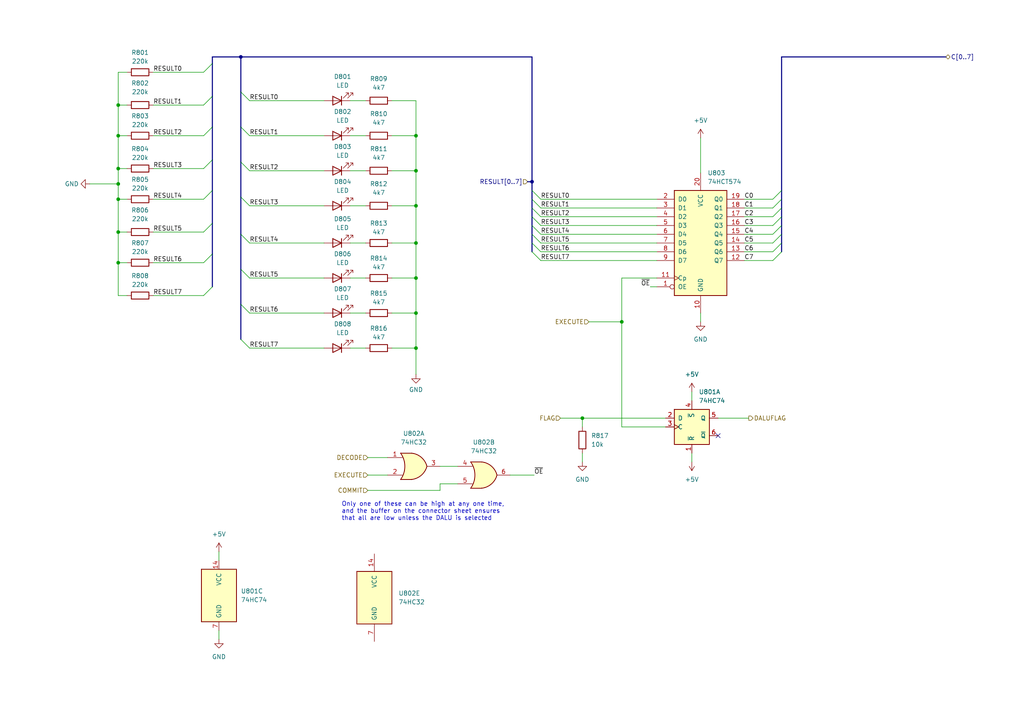
<source format=kicad_sch>
(kicad_sch (version 20211123) (generator eeschema)
  (paper "A4")
  (lib_symbols
    (symbol "74xx:74HC74" (pin_names (offset 1.016))
      (property "Reference" "U" (at -7.62 8.89 0))
      (property "Value" "74HC74" (at -7.62 -8.89 0))
      (symbol "74HC74_1_0"
        (pin input line (at 0 -7.62 90) (length 2.54) (name "~{R}") (number "1"))
        (pin input line (at -7.62 2.54 0) (length 2.54) (name "D") (number "2"))
        (pin input clock (at -7.62 0 0) (length 2.54) (name "C") (number "3"))
        (pin input line (at 0 7.62 270) (length 2.54) (name "~{S}") (number "4"))
        (pin output line (at 7.62 2.54 180) (length 2.54) (name "Q") (number "5"))
        (pin output line (at 7.62 -2.54 180) (length 2.54) (name "~{Q}") (number "6"))
      )
      (symbol "74HC74_1_1"
        (rectangle (start -5.08 5.08) (end 5.08 -5.08) (stroke (width 0.254)) (fill (type background)))
      )
      (symbol "74HC74_2_0"
        (pin input line (at 0 7.62 270) (length 2.54) (name "~{S}") (number "10"))
        (pin input clock (at -7.62 0 0) (length 2.54) (name "C") (number "11"))
        (pin input line (at -7.62 2.54 0) (length 2.54) (name "D") (number "12"))
        (pin input line (at 0 -7.62 90) (length 2.54) (name "~{R}") (number "13"))
        (pin output line (at 7.62 -2.54 180) (length 2.54) (name "~{Q}") (number "8"))
        (pin output line (at 7.62 2.54 180) (length 2.54) (name "Q") (number "9"))
      )
      (symbol "74HC74_2_1"
        (rectangle (start -5.08 5.08) (end 5.08 -5.08) (stroke (width 0.254)) (fill (type background)))
      )
      (symbol "74HC74_3_0"
        (pin power_in line (at 0 10.16 270) (length 2.54) (name "VCC") (number "14"))
        (pin power_in line (at 0 -10.16 90) (length 2.54) (name "GND") (number "7"))
      )
      (symbol "74HC74_3_1"
        (rectangle (start -5.08 7.62) (end 5.08 -7.62) (stroke (width 0.254)) (fill (type background)))
      )
    )
    (symbol "74xx:74HCT574" (pin_names (offset 1.016))
      (property "Reference" "U" (at -7.62 16.51 0))
      (property "Value" "74HCT574" (at -7.62 -16.51 0))
      (symbol "74HCT574_1_0"
        (pin input inverted (at -12.7 -12.7 0) (length 5.08) (name "OE") (number "1"))
        (pin power_in line (at 0 -20.32 90) (length 5.08) (name "GND") (number "10"))
        (pin input clock (at -12.7 -10.16 0) (length 5.08) (name "Cp") (number "11"))
        (pin tri_state line (at 12.7 -5.08 180) (length 5.08) (name "Q7") (number "12"))
        (pin tri_state line (at 12.7 -2.54 180) (length 5.08) (name "Q6") (number "13"))
        (pin tri_state line (at 12.7 0 180) (length 5.08) (name "Q5") (number "14"))
        (pin tri_state line (at 12.7 2.54 180) (length 5.08) (name "Q4") (number "15"))
        (pin tri_state line (at 12.7 5.08 180) (length 5.08) (name "Q3") (number "16"))
        (pin tri_state line (at 12.7 7.62 180) (length 5.08) (name "Q2") (number "17"))
        (pin tri_state line (at 12.7 10.16 180) (length 5.08) (name "Q1") (number "18"))
        (pin tri_state line (at 12.7 12.7 180) (length 5.08) (name "Q0") (number "19"))
        (pin input line (at -12.7 12.7 0) (length 5.08) (name "D0") (number "2"))
        (pin power_in line (at 0 20.32 270) (length 5.08) (name "VCC") (number "20"))
        (pin input line (at -12.7 10.16 0) (length 5.08) (name "D1") (number "3"))
        (pin input line (at -12.7 7.62 0) (length 5.08) (name "D2") (number "4"))
        (pin input line (at -12.7 5.08 0) (length 5.08) (name "D3") (number "5"))
        (pin input line (at -12.7 2.54 0) (length 5.08) (name "D4") (number "6"))
        (pin input line (at -12.7 0 0) (length 5.08) (name "D5") (number "7"))
        (pin input line (at -12.7 -2.54 0) (length 5.08) (name "D6") (number "8"))
        (pin input line (at -12.7 -5.08 0) (length 5.08) (name "D7") (number "9"))
      )
      (symbol "74HCT574_1_1"
        (rectangle (start -7.62 15.24) (end 7.62 -15.24) (stroke (width 0.254)) (fill (type background)))
      )
    )
    (symbol "74xx:74LS32" (pin_names (offset 1.016))
      (property "Reference" "U" (at 0 1.27 0))
      (property "Value" "74LS32" (at 0 -1.27 0))
      (symbol "74LS32_1_1"
        (arc (start -3.81 -3.81) (mid -2.589 0) (end -3.81 3.81) (stroke (width 0.254)))
        (arc (start -0.6096 -3.81) (mid 2.1842 -2.5851) (end 3.81 0) (stroke (width 0.254)) (fill (type background)))
        (polyline (pts (xy -3.81 -3.81) (xy -0.635 -3.81)) (stroke (width 0.254)) (fill (type background)))
        (polyline (pts (xy -3.81 3.81) (xy -0.635 3.81)) (stroke (width 0.254)) (fill (type background)))
        (polyline (pts (xy -0.635 3.81) (xy -3.81 3.81) (xy -3.81 3.81) (xy -3.556 3.4036) (xy -3.0226 2.2606) (xy -2.6924 1.0414) (xy -2.6162 -0.254) (xy -2.7686 -1.4986) (xy -3.175 -2.7178) (xy -3.81 -3.81) (xy -3.81 -3.81) (xy -0.635 -3.81)) (stroke (width -25.4)) (fill (type background)))
        (arc (start 3.81 0) (mid 2.1915 2.5936) (end -0.6096 3.81) (stroke (width 0.254)) (fill (type background)))
        (pin input line (at -7.62 2.54 0) (length 4.318) (name "~") (number "1"))
        (pin input line (at -7.62 -2.54 0) (length 4.318) (name "~") (number "2"))
        (pin output line (at 7.62 0 180) (length 3.81) (name "~") (number "3"))
      )
      (symbol "74LS32_1_2"
        (arc (start 0 -3.81) (mid 3.81 0) (end 0 3.81) (stroke (width 0.254)) (fill (type background)))
        (polyline (pts (xy 0 3.81) (xy -3.81 3.81) (xy -3.81 -3.81) (xy 0 -3.81)) (stroke (width 0.254)) (fill (type background)))
        (pin input inverted (at -7.62 2.54 0) (length 3.81) (name "~") (number "1"))
        (pin input inverted (at -7.62 -2.54 0) (length 3.81) (name "~") (number "2"))
        (pin output inverted (at 7.62 0 180) (length 3.81) (name "~") (number "3"))
      )
      (symbol "74LS32_2_1"
        (arc (start -3.81 -3.81) (mid -2.589 0) (end -3.81 3.81) (stroke (width 0.254)))
        (arc (start -0.6096 -3.81) (mid 2.1842 -2.5851) (end 3.81 0) (stroke (width 0.254)) (fill (type background)))
        (polyline (pts (xy -3.81 -3.81) (xy -0.635 -3.81)) (stroke (width 0.254)) (fill (type background)))
        (polyline (pts (xy -3.81 3.81) (xy -0.635 3.81)) (stroke (width 0.254)) (fill (type background)))
        (polyline (pts (xy -0.635 3.81) (xy -3.81 3.81) (xy -3.81 3.81) (xy -3.556 3.4036) (xy -3.0226 2.2606) (xy -2.6924 1.0414) (xy -2.6162 -0.254) (xy -2.7686 -1.4986) (xy -3.175 -2.7178) (xy -3.81 -3.81) (xy -3.81 -3.81) (xy -0.635 -3.81)) (stroke (width -25.4)) (fill (type background)))
        (arc (start 3.81 0) (mid 2.1915 2.5936) (end -0.6096 3.81) (stroke (width 0.254)) (fill (type background)))
        (pin input line (at -7.62 2.54 0) (length 4.318) (name "~") (number "4"))
        (pin input line (at -7.62 -2.54 0) (length 4.318) (name "~") (number "5"))
        (pin output line (at 7.62 0 180) (length 3.81) (name "~") (number "6"))
      )
      (symbol "74LS32_2_2"
        (arc (start 0 -3.81) (mid 3.81 0) (end 0 3.81) (stroke (width 0.254)) (fill (type background)))
        (polyline (pts (xy 0 3.81) (xy -3.81 3.81) (xy -3.81 -3.81) (xy 0 -3.81)) (stroke (width 0.254)) (fill (type background)))
        (pin input inverted (at -7.62 2.54 0) (length 3.81) (name "~") (number "4"))
        (pin input inverted (at -7.62 -2.54 0) (length 3.81) (name "~") (number "5"))
        (pin output inverted (at 7.62 0 180) (length 3.81) (name "~") (number "6"))
      )
      (symbol "74LS32_3_1"
        (arc (start -3.81 -3.81) (mid -2.589 0) (end -3.81 3.81) (stroke (width 0.254)))
        (arc (start -0.6096 -3.81) (mid 2.1842 -2.5851) (end 3.81 0) (stroke (width 0.254)) (fill (type background)))
        (polyline (pts (xy -3.81 -3.81) (xy -0.635 -3.81)) (stroke (width 0.254)) (fill (type background)))
        (polyline (pts (xy -3.81 3.81) (xy -0.635 3.81)) (stroke (width 0.254)) (fill (type background)))
        (polyline (pts (xy -0.635 3.81) (xy -3.81 3.81) (xy -3.81 3.81) (xy -3.556 3.4036) (xy -3.0226 2.2606) (xy -2.6924 1.0414) (xy -2.6162 -0.254) (xy -2.7686 -1.4986) (xy -3.175 -2.7178) (xy -3.81 -3.81) (xy -3.81 -3.81) (xy -0.635 -3.81)) (stroke (width -25.4)) (fill (type background)))
        (arc (start 3.81 0) (mid 2.1915 2.5936) (end -0.6096 3.81) (stroke (width 0.254)) (fill (type background)))
        (pin input line (at -7.62 -2.54 0) (length 4.318) (name "~") (number "10"))
        (pin output line (at 7.62 0 180) (length 3.81) (name "~") (number "8"))
        (pin input line (at -7.62 2.54 0) (length 4.318) (name "~") (number "9"))
      )
      (symbol "74LS32_3_2"
        (arc (start 0 -3.81) (mid 3.81 0) (end 0 3.81) (stroke (width 0.254)) (fill (type background)))
        (polyline (pts (xy 0 3.81) (xy -3.81 3.81) (xy -3.81 -3.81) (xy 0 -3.81)) (stroke (width 0.254)) (fill (type background)))
        (pin input inverted (at -7.62 -2.54 0) (length 3.81) (name "~") (number "10"))
        (pin output inverted (at 7.62 0 180) (length 3.81) (name "~") (number "8"))
        (pin input inverted (at -7.62 2.54 0) (length 3.81) (name "~") (number "9"))
      )
      (symbol "74LS32_4_1"
        (arc (start -3.81 -3.81) (mid -2.589 0) (end -3.81 3.81) (stroke (width 0.254)))
        (arc (start -0.6096 -3.81) (mid 2.1842 -2.5851) (end 3.81 0) (stroke (width 0.254)) (fill (type background)))
        (polyline (pts (xy -3.81 -3.81) (xy -0.635 -3.81)) (stroke (width 0.254)) (fill (type background)))
        (polyline (pts (xy -3.81 3.81) (xy -0.635 3.81)) (stroke (width 0.254)) (fill (type background)))
        (polyline (pts (xy -0.635 3.81) (xy -3.81 3.81) (xy -3.81 3.81) (xy -3.556 3.4036) (xy -3.0226 2.2606) (xy -2.6924 1.0414) (xy -2.6162 -0.254) (xy -2.7686 -1.4986) (xy -3.175 -2.7178) (xy -3.81 -3.81) (xy -3.81 -3.81) (xy -0.635 -3.81)) (stroke (width -25.4)) (fill (type background)))
        (arc (start 3.81 0) (mid 2.1915 2.5936) (end -0.6096 3.81) (stroke (width 0.254)) (fill (type background)))
        (pin output line (at 7.62 0 180) (length 3.81) (name "~") (number "11"))
        (pin input line (at -7.62 2.54 0) (length 4.318) (name "~") (number "12"))
        (pin input line (at -7.62 -2.54 0) (length 4.318) (name "~") (number "13"))
      )
      (symbol "74LS32_4_2"
        (arc (start 0 -3.81) (mid 3.81 0) (end 0 3.81) (stroke (width 0.254)) (fill (type background)))
        (polyline (pts (xy 0 3.81) (xy -3.81 3.81) (xy -3.81 -3.81) (xy 0 -3.81)) (stroke (width 0.254)) (fill (type background)))
        (pin output inverted (at 7.62 0 180) (length 3.81) (name "~") (number "11"))
        (pin input inverted (at -7.62 2.54 0) (length 3.81) (name "~") (number "12"))
        (pin input inverted (at -7.62 -2.54 0) (length 3.81) (name "~") (number "13"))
      )
      (symbol "74LS32_5_0"
        (pin power_in line (at 0 12.7 270) (length 5.08) (name "VCC") (number "14"))
        (pin power_in line (at 0 -12.7 90) (length 5.08) (name "GND") (number "7"))
      )
      (symbol "74LS32_5_1"
        (rectangle (start -5.08 7.62) (end 5.08 -7.62) (stroke (width 0.254)) (fill (type background)))
      )
    )
    (symbol "Device:LED" (pin_numbers hide) (pin_names (offset 1.016) hide)
      (property "Reference" "D" (at 0 2.54 0))
      (property "Value" "LED" (at 0 -2.54 0))
      (symbol "LED_0_1"
        (polyline (pts (xy -1.27 -1.27) (xy -1.27 1.27)) (stroke (width 0.254)))
        (polyline (pts (xy -1.27 0) (xy 1.27 0)))
        (polyline (pts (xy 1.27 -1.27) (xy 1.27 1.27) (xy -1.27 0) (xy 1.27 -1.27)) (stroke (width 0.254)))
        (polyline (pts (xy -3.048 -0.762) (xy -4.572 -2.286) (xy -3.81 -2.286) (xy -4.572 -2.286) (xy -4.572 -1.524)))
        (polyline (pts (xy -1.778 -0.762) (xy -3.302 -2.286) (xy -2.54 -2.286) (xy -3.302 -2.286) (xy -3.302 -1.524)))
      )
      (symbol "LED_1_1"
        (pin passive line (at -3.81 0 0) (length 2.54) (name "K") (number "1"))
        (pin passive line (at 3.81 0 180) (length 2.54) (name "A") (number "2"))
      )
    )
    (symbol "Device:R" (pin_numbers hide) (pin_names (offset 0))
      (property "Reference" "R" (at 2.032 0 90))
      (property "Value" "R" (at 0 0 90))
      (symbol "R_0_1"
        (rectangle (start -1.016 -2.54) (end 1.016 2.54) (stroke (width 0.254)))
      )
      (symbol "R_1_1"
        (pin passive line (at 0 3.81 270) (length 1.27) (name "~") (number "1"))
        (pin passive line (at 0 -3.81 90) (length 1.27) (name "~") (number "2"))
      )
    )
    (symbol "power:+5V" (power) (pin_names (offset 0))
      (property "Value" "+5V" (at 0 3.556 0))
      (symbol "+5V_0_1"
        (polyline (pts (xy -0.762 1.27) (xy 0 2.54)))
        (polyline (pts (xy 0 0) (xy 0 2.54)))
        (polyline (pts (xy 0 2.54) (xy 0.762 1.27)))
      )
      (symbol "+5V_1_1"
        (pin power_in line (at 0 0 90) (length 0) hide (name "+5V") (number "1"))
      )
    )
    (symbol "power:GND" (power) (pin_names (offset 0))
      (property "Value" "GND" (at 0 -3.81 0))
      (symbol "GND_0_1"
        (polyline (pts (xy 0 0) (xy 0 -1.27) (xy 1.27 -1.27) (xy 0 -2.54) (xy -1.27 -1.27) (xy 0 -1.27)))
      )
      (symbol "GND_1_1"
        (pin power_in line (at 0 0 270) (length 0) hide (name "GND") (number "1"))
      )
    )
  )
  (junction (at 34.29 39.37))
  (junction (at 120.65 59.69))
  (junction (at 120.65 80.645))
  (junction (at 154.305 52.705))
  (junction (at 34.29 57.785))
  (junction (at 69.85 16.51))
  (junction (at 120.65 39.37))
  (junction (at 120.65 90.805))
  (junction (at 34.29 67.31))
  (junction (at 120.65 49.53))
  (junction (at 120.65 100.965))
  (junction (at 180.34 93.345))
  (junction (at 34.29 76.2))
  (junction (at 34.29 30.48))
  (junction (at 168.91 121.285))
  (junction (at 34.29 48.895))
  (junction (at 33.02 236.22))
  (junction (at 34.29 53.34))
  (junction (at 120.65 70.485))
  (no_connect (at 53.34 233.68))
  (no_connect (at 208.28 126.365))
  (no_connect (at 53.34 238.76))
  (bus_entry (at 61.595 27.94) (size -2.54 2.54))
  (bus_entry (at 226.695 57.785) (size -2.54 2.54))
  (bus_entry (at 61.595 55.245) (size -2.54 2.54))
  (bus_entry (at 154.305 60.325) (size 2.54 2.54))
  (bus_entry (at 154.305 73.025) (size 2.54 2.54))
  (bus_entry (at 226.695 62.865) (size -2.54 2.54))
  (bus_entry (at 61.595 46.355) (size -2.54 2.54))
  (bus_entry (at 69.85 36.83) (size 2.54 2.54))
  (bus_entry (at 226.695 70.485) (size -2.54 2.54))
  (bus_entry (at 69.85 67.945) (size 2.54 2.54))
  (bus_entry (at 154.305 57.785) (size 2.54 2.54))
  (bus_entry (at 226.695 73.025) (size -2.54 2.54))
  (bus_entry (at 61.595 18.415) (size -2.54 2.54))
  (bus_entry (at 154.305 70.485) (size 2.54 2.54))
  (bus_entry (at 69.85 78.105) (size 2.54 2.54))
  (bus_entry (at 154.305 62.865) (size 2.54 2.54))
  (bus_entry (at 69.85 46.99) (size 2.54 2.54))
  (bus_entry (at 69.85 98.425) (size 2.54 2.54))
  (bus_entry (at 226.695 65.405) (size -2.54 2.54))
  (bus_entry (at 226.695 60.325) (size -2.54 2.54))
  (bus_entry (at 69.85 88.265) (size 2.54 2.54))
  (bus_entry (at 69.85 26.67) (size 2.54 2.54))
  (bus_entry (at 61.595 83.185) (size -2.54 2.54))
  (bus_entry (at 154.305 55.245) (size 2.54 2.54))
  (bus_entry (at 69.85 57.15) (size 2.54 2.54))
  (bus_entry (at 61.595 64.77) (size -2.54 2.54))
  (bus_entry (at 154.305 65.405) (size 2.54 2.54))
  (bus_entry (at 61.595 36.83) (size -2.54 2.54))
  (bus_entry (at 226.695 67.945) (size -2.54 2.54))
  (bus_entry (at 61.595 73.66) (size -2.54 2.54))
  (bus_entry (at 154.305 67.945) (size 2.54 2.54))
  (bus_entry (at 226.695 55.245) (size -2.54 2.54))
  (wire (pts (xy 101.6 39.37) (xy 106.045 39.37)))
  (wire (pts (xy 44.45 85.725) (xy 59.055 85.725)))
  (wire (pts (xy 101.6 90.805) (xy 106.045 90.805)))
  (wire (pts (xy 72.39 59.69) (xy 93.98 59.69)))
  (wire (pts (xy 120.65 90.805) (xy 120.65 80.645)))
  (wire (pts (xy 156.845 62.865) (xy 190.5 62.865)))
  (wire (pts (xy 101.6 29.21) (xy 106.045 29.21)))
  (wire (pts (xy 113.665 49.53) (xy 120.65 49.53)))
  (bus (pts (xy 69.85 16.51) (xy 154.305 16.51)))
  (wire (pts (xy 106.68 142.24) (xy 127.635 142.24)))
  (wire (pts (xy 127.635 135.255) (xy 132.715 135.255)))
  (wire (pts (xy 34.29 76.2) (xy 36.83 76.2)))
  (wire (pts (xy 180.34 123.825) (xy 193.04 123.825)))
  (wire (pts (xy 34.29 39.37) (xy 36.83 39.37)))
  (wire (pts (xy 215.9 70.485) (xy 224.155 70.485)))
  (wire (pts (xy 34.29 85.725) (xy 34.29 76.2)))
  (wire (pts (xy 127.635 142.24) (xy 127.635 140.335)))
  (wire (pts (xy 156.845 70.485) (xy 190.5 70.485)))
  (bus (pts (xy 226.695 16.51) (xy 226.695 55.245)))
  (wire (pts (xy 72.39 49.53) (xy 93.98 49.53)))
  (wire (pts (xy 113.665 39.37) (xy 120.65 39.37)))
  (bus (pts (xy 61.595 16.51) (xy 61.595 18.415)))
  (bus (pts (xy 226.695 62.865) (xy 226.695 65.405)))
  (wire (pts (xy 33.02 240.03) (xy 33.02 236.22)))
  (wire (pts (xy 26.035 53.34) (xy 34.29 53.34)))
  (wire (pts (xy 120.65 39.37) (xy 120.65 29.21)))
  (wire (pts (xy 113.665 70.485) (xy 120.65 70.485)))
  (wire (pts (xy 188.595 83.185) (xy 190.5 83.185)))
  (wire (pts (xy 168.91 121.285) (xy 168.91 123.825)))
  (bus (pts (xy 154.305 52.705) (xy 154.305 55.245)))
  (wire (pts (xy 33.02 236.22) (xy 38.1 236.22)))
  (wire (pts (xy 72.39 39.37) (xy 93.98 39.37)))
  (wire (pts (xy 215.9 60.325) (xy 224.155 60.325)))
  (wire (pts (xy 215.9 67.945) (xy 224.155 67.945)))
  (bus (pts (xy 226.695 16.51) (xy 274.32 16.51)))
  (bus (pts (xy 154.305 65.405) (xy 154.305 67.945)))
  (bus (pts (xy 69.85 16.51) (xy 69.85 26.67)))
  (wire (pts (xy 34.29 67.31) (xy 36.83 67.31)))
  (wire (pts (xy 44.45 57.785) (xy 59.055 57.785)))
  (wire (pts (xy 106.68 137.795) (xy 112.395 137.795)))
  (wire (pts (xy 200.66 113.665) (xy 200.66 116.205)))
  (wire (pts (xy 44.45 67.31) (xy 59.055 67.31)))
  (wire (pts (xy 170.815 93.345) (xy 180.34 93.345)))
  (bus (pts (xy 61.595 36.83) (xy 61.595 46.355)))
  (wire (pts (xy 215.9 65.405) (xy 224.155 65.405)))
  (wire (pts (xy 120.65 108.585) (xy 120.65 100.965)))
  (bus (pts (xy 61.595 16.51) (xy 69.85 16.51)))
  (wire (pts (xy 208.28 121.285) (xy 217.17 121.285)))
  (bus (pts (xy 61.595 27.94) (xy 61.595 36.83)))
  (bus (pts (xy 69.85 78.105) (xy 69.85 88.265)))
  (wire (pts (xy 215.9 75.565) (xy 224.155 75.565)))
  (bus (pts (xy 154.305 62.865) (xy 154.305 65.405)))
  (bus (pts (xy 154.305 55.245) (xy 154.305 57.785)))
  (wire (pts (xy 180.34 80.645) (xy 180.34 93.345)))
  (wire (pts (xy 34.29 48.895) (xy 34.29 39.37)))
  (wire (pts (xy 34.29 30.48) (xy 36.83 30.48)))
  (wire (pts (xy 156.845 75.565) (xy 190.5 75.565)))
  (bus (pts (xy 226.695 55.245) (xy 226.695 57.785)))
  (wire (pts (xy 156.845 73.025) (xy 190.5 73.025)))
  (bus (pts (xy 61.595 55.245) (xy 61.595 64.77)))
  (bus (pts (xy 154.305 60.325) (xy 154.305 62.865)))
  (wire (pts (xy 106.68 132.715) (xy 112.395 132.715)))
  (wire (pts (xy 156.845 60.325) (xy 190.5 60.325)))
  (bus (pts (xy 226.695 65.405) (xy 226.695 67.945)))
  (wire (pts (xy 72.39 29.21) (xy 93.98 29.21)))
  (wire (pts (xy 120.65 80.645) (xy 120.65 70.485)))
  (wire (pts (xy 72.39 100.965) (xy 93.98 100.965)))
  (wire (pts (xy 215.9 57.785) (xy 224.155 57.785)))
  (bus (pts (xy 69.85 26.67) (xy 69.85 36.83)))
  (wire (pts (xy 120.65 59.69) (xy 120.65 49.53)))
  (wire (pts (xy 203.2 90.805) (xy 203.2 93.345)))
  (wire (pts (xy 72.39 90.805) (xy 93.98 90.805)))
  (wire (pts (xy 34.29 30.48) (xy 34.29 20.955)))
  (bus (pts (xy 61.595 64.77) (xy 61.595 73.66)))
  (wire (pts (xy 113.665 59.69) (xy 120.65 59.69)))
  (wire (pts (xy 44.45 39.37) (xy 59.055 39.37)))
  (wire (pts (xy 33.02 233.68) (xy 38.1 233.68)))
  (wire (pts (xy 34.29 67.31) (xy 34.29 57.785)))
  (wire (pts (xy 156.845 57.785) (xy 190.5 57.785)))
  (wire (pts (xy 44.45 48.895) (xy 59.055 48.895)))
  (bus (pts (xy 69.85 57.15) (xy 69.85 67.945)))
  (wire (pts (xy 44.45 30.48) (xy 59.055 30.48)))
  (wire (pts (xy 168.91 131.445) (xy 168.91 133.985)))
  (bus (pts (xy 61.595 73.66) (xy 61.595 83.185)))
  (bus (pts (xy 226.695 57.785) (xy 226.695 60.325)))
  (wire (pts (xy 34.29 39.37) (xy 34.29 30.48)))
  (wire (pts (xy 120.65 49.53) (xy 120.65 39.37)))
  (wire (pts (xy 63.5 160.02) (xy 63.5 162.56)))
  (bus (pts (xy 154.305 52.705) (xy 154.305 16.51)))
  (wire (pts (xy 63.5 182.88) (xy 63.5 185.42)))
  (wire (pts (xy 36.83 85.725) (xy 34.29 85.725)))
  (bus (pts (xy 69.85 88.265) (xy 69.85 98.425)))
  (wire (pts (xy 101.6 80.645) (xy 106.045 80.645)))
  (wire (pts (xy 215.9 62.865) (xy 224.155 62.865)))
  (wire (pts (xy 45.72 243.84) (xy 45.72 246.38)))
  (wire (pts (xy 162.56 121.285) (xy 168.91 121.285)))
  (bus (pts (xy 69.85 67.945) (xy 69.85 78.105)))
  (wire (pts (xy 72.39 80.645) (xy 93.98 80.645)))
  (bus (pts (xy 61.595 46.355) (xy 61.595 55.245)))
  (bus (pts (xy 226.695 70.485) (xy 226.695 73.025)))
  (wire (pts (xy 156.845 65.405) (xy 190.5 65.405)))
  (wire (pts (xy 44.45 20.955) (xy 59.055 20.955)))
  (wire (pts (xy 147.955 137.795) (xy 154.94 137.795)))
  (bus (pts (xy 226.695 67.945) (xy 226.695 70.485)))
  (wire (pts (xy 33.02 236.22) (xy 33.02 233.68)))
  (wire (pts (xy 120.65 29.21) (xy 113.665 29.21)))
  (wire (pts (xy 101.6 100.965) (xy 106.045 100.965)))
  (wire (pts (xy 190.5 80.645) (xy 180.34 80.645)))
  (bus (pts (xy 154.305 70.485) (xy 154.305 73.025)))
  (wire (pts (xy 113.665 90.805) (xy 120.65 90.805)))
  (wire (pts (xy 120.65 100.965) (xy 120.65 90.805)))
  (wire (pts (xy 34.29 53.34) (xy 34.29 48.895)))
  (wire (pts (xy 156.845 67.945) (xy 190.5 67.945)))
  (wire (pts (xy 34.29 76.2) (xy 34.29 67.31)))
  (wire (pts (xy 34.29 48.895) (xy 36.83 48.895)))
  (bus (pts (xy 153.035 52.705) (xy 154.305 52.705)))
  (bus (pts (xy 69.85 36.83) (xy 69.85 46.99)))
  (bus (pts (xy 61.595 18.415) (xy 61.595 27.94)))
  (wire (pts (xy 215.9 73.025) (xy 224.155 73.025)))
  (wire (pts (xy 101.6 59.69) (xy 106.045 59.69)))
  (bus (pts (xy 69.85 46.99) (xy 69.85 57.15)))
  (wire (pts (xy 34.29 57.785) (xy 34.29 53.34)))
  (wire (pts (xy 101.6 70.485) (xy 106.045 70.485)))
  (wire (pts (xy 203.2 40.005) (xy 203.2 50.165)))
  (bus (pts (xy 154.305 67.945) (xy 154.305 70.485)))
  (wire (pts (xy 34.29 57.785) (xy 36.83 57.785)))
  (wire (pts (xy 101.6 49.53) (xy 106.045 49.53)))
  (wire (pts (xy 45.72 226.06) (xy 45.72 228.6)))
  (wire (pts (xy 200.66 131.445) (xy 200.66 133.985)))
  (wire (pts (xy 127.635 140.335) (xy 132.715 140.335)))
  (bus (pts (xy 226.695 60.325) (xy 226.695 62.865)))
  (wire (pts (xy 34.29 20.955) (xy 36.83 20.955)))
  (wire (pts (xy 120.65 70.485) (xy 120.65 59.69)))
  (wire (pts (xy 180.34 93.345) (xy 180.34 123.825)))
  (wire (pts (xy 72.39 70.485) (xy 93.98 70.485)))
  (bus (pts (xy 154.305 57.785) (xy 154.305 60.325)))
  (wire (pts (xy 113.665 80.645) (xy 120.65 80.645)))
  (wire (pts (xy 44.45 76.2) (xy 59.055 76.2)))
  (wire (pts (xy 168.91 121.285) (xy 193.04 121.285)))
  (wire (pts (xy 113.665 100.965) (xy 120.65 100.965)))
  (text "Only one of these can be high at any one time,\nand the buffer on the connector sheet ensures\nthat all are low unless the DALU is selected" (at 99.06 151.13 0) (effects (font (size 1.27 1.27)) (justify left bottom)))
  (label "RESULT6" (at 72.39 90.805 0))
  (label "C1" (at 215.9 60.325 0))
  (label "C3" (at 215.9 65.405 0))
  (label "~{OE}" (at 188.595 83.185 180))
  (label "RESULT7" (at 156.845 75.565 0))
  (label "C6" (at 215.9 73.025 0))
  (label "C2" (at 215.9 62.865 0))
  (label "RESULT3" (at 44.45 48.895 0))
  (label "RESULT7" (at 72.39 100.965 0))
  (label "RESULT4" (at 156.845 67.945 0))
  (label "RESULT3" (at 156.845 65.405 0))
  (label "RESULT6" (at 44.45 76.2 0))
  (label "RESULT4" (at 72.39 70.485 0))
  (label "C4" (at 215.9 67.945 0))
  (label "RESULT5" (at 44.45 67.31 0))
  (label "C0" (at 215.9 57.785 0))
  (label "RESULT2" (at 44.45 39.37 0))
  (label "RESULT3" (at 72.39 59.69 0))
  (label "RESULT0" (at 44.45 20.955 0))
  (label "~{OE}" (at 154.94 137.795 0))
  (label "RESULT2" (at 72.39 49.53 0))
  (label "RESULT5" (at 156.845 70.485 0))
  (label "RESULT2" (at 156.845 62.865 0))
  (label "RESULT0" (at 156.845 57.785 0))
  (label "RESULT6" (at 156.845 73.025 0))
  (label "RESULT5" (at 72.39 80.645 0))
  (label "RESULT7" (at 44.45 85.725 0))
  (label "C7" (at 215.9 75.565 0))
  (label "C5" (at 215.9 70.485 0))
  (label "RESULT0" (at 72.39 29.21 0))
  (label "RESULT1" (at 156.845 60.325 0))
  (label "RESULT1" (at 72.39 39.37 0))
  (label "RESULT1" (at 44.45 30.48 0))
  (label "RESULT4" (at 44.45 57.785 0))
  (hierarchical_label "DALUFLAG" (shape output) (at 217.17 121.285 0))
  (hierarchical_label "DECODE" (shape input) (at 106.68 132.715 180))
  (hierarchical_label "COMMIT" (shape input) (at 106.68 142.24 180))
  (hierarchical_label "C[0..7]" (shape tri_state) (at 274.32 16.51 0))
  (hierarchical_label "FLAG" (shape input) (at 162.56 121.285 180))
  (hierarchical_label "EXECUTE" (shape input) (at 170.815 93.345 180))
  (hierarchical_label "EXECUTE" (shape input) (at 106.68 137.795 180))
  (hierarchical_label "RESULT[0..7]" (shape input) (at 153.035 52.705 180))
  (symbol (lib_id "Device:R") (at 168.91 127.635 0) (unit 1)
    (property "Reference" "R817" (at 171.45 126.3649 0) (effects (justify left)))
    (property "Value" "10k" (at 171.45 128.9049 0) (effects (justify left)))
    (property "Footprint" "Resistor_THT:R_Axial_DIN0207_L6.3mm_D2.5mm_P7.62mm_Horizontal" (effects hide))
  )
  (symbol (lib_id "Device:LED") (at 97.79 29.21 180) (unit 1)
    (property "Reference" "D801" (at 99.3775 22.225 0))
    (property "Value" "LED" (at 99.3775 24.765 0))
    (property "Footprint" "LED_SMD:LED_0603_1608Metric" (effects hide))
    (property "Datasheet" "https://datasheet.lcsc.com/lcsc/1811101510_Everlight-Elec-19-217-GHC-YR1S2-3T_C72043.pdf" (effects hide))
    (property "LCSC" "C72043" (effects hide))
  )
  (symbol (lib_id "Device:R") (at 40.64 67.31 90) (unit 1)
    (property "Reference" "R806" (at 40.64 60.96 90))
    (property "Value" "220k" (at 40.64 63.5 90))
    (property "Footprint" "Resistor_SMD:R_0603_1608Metric" (effects hide))
    (property "Datasheet" "https://datasheet.lcsc.com/lcsc/2206010130_UNI-ROYAL-Uniroyal-Elec-0603WAF2203T5E_C22961.pdf" (effects hide))
    (property "LCSC" "C22961" (effects hide))
  )
  (symbol (lib_id "Device:R") (at 40.64 30.48 90) (unit 1)
    (property "Reference" "R802" (at 40.64 24.13 90))
    (property "Value" "220k" (at 40.64 26.67 90))
    (property "Footprint" "Resistor_SMD:R_0603_1608Metric" (effects hide))
    (property "Datasheet" "https://datasheet.lcsc.com/lcsc/2206010130_UNI-ROYAL-Uniroyal-Elec-0603WAF2203T5E_C22961.pdf" (effects hide))
    (property "LCSC" "C22961" (effects hide))
  )
  (symbol (lib_id "Device:R") (at 109.855 39.37 270) (unit 1)
    (property "Reference" "R810" (at 109.855 33.02 90))
    (property "Value" "4k7" (at 109.855 35.56 90))
    (property "Footprint" "Resistor_SMD:R_0603_1608Metric" (effects hide))
    (property "Datasheet" "https://datasheet.lcsc.com/lcsc/2206010116_UNI-ROYAL-Uniroyal-Elec-0603WAF4701T5E_C23162.pdf" (effects hide))
    (property "LCSC" "C23162" (effects hide))
  )
  (symbol (lib_id "74xx:74LS32") (at 140.335 137.795 0) (unit 2)
    (property "Reference" "U802" (at 140.335 128.27 0))
    (property "Value" "74HC32" (at 140.335 130.81 0))
    (property "Footprint" "Package_DIP:DIP-14_W7.62mm_Socket" (effects hide))
    (property "Datasheet" "http://www.ti.com/lit/gpn/sn74LS32" (effects hide))
  )
  (symbol (lib_id "Device:R") (at 109.855 49.53 270) (unit 1)
    (property "Reference" "R811" (at 109.855 43.18 90))
    (property "Value" "4k7" (at 109.855 45.72 90))
    (property "Footprint" "Resistor_SMD:R_0603_1608Metric" (effects hide))
    (property "Datasheet" "https://datasheet.lcsc.com/lcsc/2206010116_UNI-ROYAL-Uniroyal-Elec-0603WAF4701T5E_C23162.pdf" (effects hide))
    (property "LCSC" "C23162" (effects hide))
  )
  (symbol (lib_id "power:GND") (at 120.65 108.585 0) (unit 1)
    (property "Reference" "#PWR0807" (effects hide))
    (property "Value" "GND" (at 120.65 113.03 0))
  )
  (symbol (lib_id "74xx:74HC74") (at 200.66 123.825 0) (unit 1)
    (property "Reference" "U801" (at 202.6794 113.665 0) (effects (justify left)))
    (property "Value" "74HC74" (at 202.6794 116.205 0) (effects (justify left)))
    (property "Footprint" "Package_DIP:DIP-14_W7.62mm_Socket" (effects hide))
    (property "Datasheet" "74xx/74hc_hct74.pdf" (effects hide))
  )
  (symbol (lib_id "power:+5V") (at 63.5 160.02 0) (unit 1)
    (property "Reference" "#PWR0805" (effects hide))
    (property "Value" "+5V" (at 63.5 154.94 0))
  )
  (symbol (lib_id "power:+5V") (at 45.72 246.38 180) (unit 1)
    (property "Reference" "#PWR0804" (effects hide))
    (property "Value" "+5V" (at 45.72 251.46 0))
  )
  (symbol (lib_id "power:GND") (at 168.91 133.985 0) (unit 1)
    (property "Reference" "#PWR0808" (effects hide))
    (property "Value" "GND" (at 168.91 139.065 0))
  )
  (symbol (lib_id "Device:LED") (at 97.79 70.485 180) (unit 1)
    (property "Reference" "D805" (at 99.3775 63.5 0))
    (property "Value" "LED" (at 99.3775 66.04 0))
    (property "Footprint" "LED_SMD:LED_0603_1608Metric" (effects hide))
    (property "Datasheet" "https://datasheet.lcsc.com/lcsc/1811101510_Everlight-Elec-19-217-GHC-YR1S2-3T_C72043.pdf" (effects hide))
    (property "LCSC" "C72043" (effects hide))
  )
  (symbol (lib_id "power:GND") (at 26.035 53.34 270) (unit 1)
    (property "Reference" "#PWR0801" (effects hide))
    (property "Value" "GND" (at 22.86 53.3399 90) (effects (justify right)))
  )
  (symbol (lib_id "Device:R") (at 109.855 29.21 270) (unit 1)
    (property "Reference" "R809" (at 109.855 22.86 90))
    (property "Value" "4k7" (at 109.855 25.4 90))
    (property "Footprint" "Resistor_SMD:R_0603_1608Metric" (effects hide))
    (property "Datasheet" "https://datasheet.lcsc.com/lcsc/2206010116_UNI-ROYAL-Uniroyal-Elec-0603WAF4701T5E_C23162.pdf" (effects hide))
    (property "LCSC" "C23162" (effects hide))
  )
  (symbol (lib_id "Device:R") (at 109.855 90.805 270) (unit 1)
    (property "Reference" "R815" (at 109.855 85.09 90))
    (property "Value" "4k7" (at 109.855 87.63 90))
    (property "Footprint" "Resistor_SMD:R_0603_1608Metric" (effects hide))
    (property "Datasheet" "https://datasheet.lcsc.com/lcsc/2206010116_UNI-ROYAL-Uniroyal-Elec-0603WAF4701T5E_C23162.pdf" (effects hide))
    (property "LCSC" "C23162" (effects hide))
  )
  (symbol (lib_id "Device:R") (at 109.855 59.69 270) (unit 1)
    (property "Reference" "R812" (at 109.855 53.34 90))
    (property "Value" "4k7" (at 109.855 55.88 90))
    (property "Footprint" "Resistor_SMD:R_0603_1608Metric" (effects hide))
    (property "Datasheet" "https://datasheet.lcsc.com/lcsc/2206010116_UNI-ROYAL-Uniroyal-Elec-0603WAF4701T5E_C23162.pdf" (effects hide))
    (property "LCSC" "C23162" (effects hide))
  )
  (symbol (lib_id "Device:R") (at 109.855 70.485 270) (unit 1)
    (property "Reference" "R813" (at 109.855 64.77 90))
    (property "Value" "4k7" (at 109.855 67.31 90))
    (property "Footprint" "Resistor_SMD:R_0603_1608Metric" (effects hide))
    (property "Datasheet" "https://datasheet.lcsc.com/lcsc/2206010116_UNI-ROYAL-Uniroyal-Elec-0603WAF4701T5E_C23162.pdf" (effects hide))
    (property "LCSC" "C23162" (effects hide))
  )
  (symbol (lib_id "Device:R") (at 109.855 80.645 270) (unit 1)
    (property "Reference" "R814" (at 109.855 74.93 90))
    (property "Value" "4k7" (at 109.855 77.47 90))
    (property "Footprint" "Resistor_SMD:R_0603_1608Metric" (effects hide))
    (property "Datasheet" "https://datasheet.lcsc.com/lcsc/2206010116_UNI-ROYAL-Uniroyal-Elec-0603WAF4701T5E_C23162.pdf" (effects hide))
    (property "LCSC" "C23162" (effects hide))
  )
  (symbol (lib_id "Device:R") (at 40.64 48.895 90) (unit 1)
    (property "Reference" "R804" (at 40.64 43.18 90))
    (property "Value" "220k" (at 40.64 45.72 90))
    (property "Footprint" "Resistor_SMD:R_0603_1608Metric" (effects hide))
    (property "Datasheet" "https://datasheet.lcsc.com/lcsc/2206010130_UNI-ROYAL-Uniroyal-Elec-0603WAF2203T5E_C22961.pdf" (effects hide))
    (property "LCSC" "C22961" (effects hide))
  )
  (symbol (lib_id "power:GND") (at 203.2 93.345 0) (unit 1)
    (property "Reference" "#PWR0812" (effects hide))
    (property "Value" "GND" (at 203.2 98.425 0))
  )
  (symbol (lib_id "power:+5V") (at 200.66 113.665 0) (unit 1)
    (property "Reference" "#PWR0809" (effects hide))
    (property "Value" "+5V" (at 200.66 108.585 0))
  )
  (symbol (lib_id "74xx:74HC74") (at 63.5 172.72 0) (unit 3)
    (property "Reference" "U801" (at 69.85 171.4499 0) (effects (justify left)))
    (property "Value" "74HC74" (at 69.85 173.9899 0) (effects (justify left)))
    (property "Footprint" "Package_DIP:DIP-14_W7.62mm_Socket" (effects hide))
    (property "Datasheet" "74xx/74hc_hct74.pdf" (effects hide))
  )
  (symbol (lib_id "74xx:74LS32") (at 120.015 135.255 0) (unit 1)
    (property "Reference" "U802" (at 120.015 125.73 0))
    (property "Value" "74HC32" (at 120.015 128.27 0))
    (property "Footprint" "Package_DIP:DIP-14_W7.62mm_Socket" (effects hide))
    (property "Datasheet" "http://www.ti.com/lit/gpn/sn74LS32" (effects hide))
  )
  (symbol (lib_id "Device:LED") (at 97.79 39.37 180) (unit 1)
    (property "Reference" "D802" (at 99.3775 32.385 0))
    (property "Value" "LED" (at 99.3775 34.925 0))
    (property "Footprint" "LED_SMD:LED_0603_1608Metric" (effects hide))
    (property "Datasheet" "https://datasheet.lcsc.com/lcsc/1811101510_Everlight-Elec-19-217-GHC-YR1S2-3T_C72043.pdf" (effects hide))
    (property "LCSC" "C72043" (effects hide))
  )
  (symbol (lib_id "Device:R") (at 40.64 20.955 90) (unit 1)
    (property "Reference" "R801" (at 40.64 15.24 90))
    (property "Value" "220k" (at 40.64 17.78 90))
    (property "Footprint" "Resistor_SMD:R_0603_1608Metric" (effects hide))
    (property "Datasheet" "https://datasheet.lcsc.com/lcsc/2206010130_UNI-ROYAL-Uniroyal-Elec-0603WAF2203T5E_C22961.pdf" (effects hide))
    (property "LCSC" "C22961" (effects hide))
  )
  (symbol (lib_id "Device:R") (at 40.64 85.725 90) (unit 1)
    (property "Reference" "R808" (at 40.64 80.01 90))
    (property "Value" "220k" (at 40.64 82.55 90))
    (property "Footprint" "Resistor_SMD:R_0603_1608Metric" (effects hide))
    (property "Datasheet" "https://datasheet.lcsc.com/lcsc/2206010130_UNI-ROYAL-Uniroyal-Elec-0603WAF2203T5E_C22961.pdf" (effects hide))
    (property "LCSC" "C22961" (effects hide))
  )
  (symbol (lib_id "Device:LED") (at 97.79 100.965 180) (unit 1)
    (property "Reference" "D808" (at 99.3775 93.98 0))
    (property "Value" "LED" (at 99.3775 96.52 0))
    (property "Footprint" "LED_SMD:LED_0603_1608Metric" (effects hide))
    (property "Datasheet" "https://datasheet.lcsc.com/lcsc/1811101510_Everlight-Elec-19-217-GHC-YR1S2-3T_C72043.pdf" (effects hide))
    (property "LCSC" "C72043" (effects hide))
  )
  (symbol (lib_id "Device:R") (at 40.64 57.785 90) (unit 1)
    (property "Reference" "R805" (at 40.64 52.07 90))
    (property "Value" "220k" (at 40.64 54.61 90))
    (property "Footprint" "Resistor_SMD:R_0603_1608Metric" (effects hide))
    (property "Datasheet" "https://datasheet.lcsc.com/lcsc/2206010130_UNI-ROYAL-Uniroyal-Elec-0603WAF2203T5E_C22961.pdf" (effects hide))
    (property "LCSC" "C22961" (effects hide))
  )
  (symbol (lib_id "Device:LED") (at 97.79 90.805 180) (unit 1)
    (property "Reference" "D807" (at 99.3775 83.82 0))
    (property "Value" "LED" (at 99.3775 86.36 0))
    (property "Footprint" "LED_SMD:LED_0603_1608Metric" (effects hide))
    (property "Datasheet" "https://datasheet.lcsc.com/lcsc/1811101510_Everlight-Elec-19-217-GHC-YR1S2-3T_C72043.pdf" (effects hide))
    (property "LCSC" "C72043" (effects hide))
  )
  (symbol (lib_id "power:+5V") (at 45.72 226.06 0) (unit 1)
    (property "Reference" "#PWR0803" (effects hide))
    (property "Value" "+5V" (at 45.72 220.98 0))
  )
  (symbol (lib_id "Device:LED") (at 97.79 80.645 180) (unit 1)
    (property "Reference" "D806" (at 99.3775 73.66 0))
    (property "Value" "LED" (at 99.3775 76.2 0))
    (property "Footprint" "LED_SMD:LED_0603_1608Metric" (effects hide))
    (property "Datasheet" "https://datasheet.lcsc.com/lcsc/1811101510_Everlight-Elec-19-217-GHC-YR1S2-3T_C72043.pdf" (effects hide))
    (property "LCSC" "C72043" (effects hide))
  )
  (symbol (lib_id "power:+5V") (at 200.66 133.985 180) (unit 1)
    (property "Reference" "#PWR0810" (effects hide))
    (property "Value" "+5V" (at 200.66 139.065 0))
  )
  (symbol (lib_id "Device:R") (at 109.855 100.965 270) (unit 1)
    (property "Reference" "R816" (at 109.855 95.25 90))
    (property "Value" "4k7" (at 109.855 97.79 90))
    (property "Footprint" "Resistor_SMD:R_0603_1608Metric" (effects hide))
    (property "Datasheet" "https://datasheet.lcsc.com/lcsc/2206010116_UNI-ROYAL-Uniroyal-Elec-0603WAF4701T5E_C23162.pdf" (effects hide))
    (property "LCSC" "C23162" (effects hide))
  )
  (symbol (lib_id "power:GND") (at 63.5 185.42 0) (unit 1)
    (property "Reference" "#PWR0806" (effects hide))
    (property "Value" "GND" (at 63.5 190.5 0))
  )
  (symbol (lib_id "Device:LED") (at 97.79 49.53 180) (unit 1)
    (property "Reference" "D803" (at 99.3775 42.545 0))
    (property "Value" "LED" (at 99.3775 45.085 0))
    (property "Footprint" "LED_SMD:LED_0603_1608Metric" (effects hide))
    (property "Datasheet" "https://datasheet.lcsc.com/lcsc/1811101510_Everlight-Elec-19-217-GHC-YR1S2-3T_C72043.pdf" (effects hide))
    (property "LCSC" "C72043" (effects hide))
  )
  (symbol (lib_id "74xx:74HC74") (at 45.72 236.22 0) (unit 2)
    (property "Reference" "U801" (at 47.7394 226.06 0) (effects (justify left)))
    (property "Value" "74HC74" (at 47.7394 228.6 0) (effects (justify left)))
    (property "Footprint" "Package_DIP:DIP-14_W7.62mm_Socket" (effects hide))
    (property "Datasheet" "74xx/74hc_hct74.pdf" (effects hide))
  )
  (symbol (lib_id "Device:R") (at 40.64 76.2 90) (unit 1)
    (property "Reference" "R807" (at 40.64 70.485 90))
    (property "Value" "220k" (at 40.64 73.025 90))
    (property "Footprint" "Resistor_SMD:R_0603_1608Metric" (effects hide))
    (property "Datasheet" "https://datasheet.lcsc.com/lcsc/2206010130_UNI-ROYAL-Uniroyal-Elec-0603WAF2203T5E_C22961.pdf" (effects hide))
    (property "LCSC" "C22961" (effects hide))
  )
  (symbol (lib_id "74xx:74LS32") (at 156.845 231.14 0) (unit 4)
    (property "Reference" "U802" (at 156.845 222.25 0))
    (property "Value" "74HC32" (at 156.845 224.79 0))
    (property "Footprint" "Package_DIP:DIP-14_W7.62mm_Socket" (effects hide))
    (property "Datasheet" "http://www.ti.com/lit/gpn/sn74LS32" (effects hide))
  )
  (symbol (lib_id "74xx:74LS32") (at 108.585 173.355 0) (unit 5)
    (property "Reference" "U802" (at 115.57 172.0849 0) (effects (justify left)))
    (property "Value" "74HC32" (at 115.57 174.6249 0) (effects (justify left)))
    (property "Footprint" "Package_DIP:DIP-14_W7.62mm_Socket" (effects hide))
    (property "Datasheet" "http://www.ti.com/lit/gpn/sn74LS32" (effects hide))
  )
  (symbol (lib_id "74xx:74HCT574") (at 203.2 70.485 0) (unit 1)
    (property "Reference" "U803" (at 205.2194 50.165 0) (effects (justify left)))
    (property "Value" "74HCT574" (at 205.2194 52.705 0) (effects (justify left)))
    (property "Footprint" "Package_DIP:DIP-20_W7.62mm_Socket" (effects hide))
    (property "Datasheet" "http://www.ti.com/lit/gpn/sn74HCT574" (effects hide))
  )
  (symbol (lib_id "Device:LED") (at 97.79 59.69 180) (unit 1)
    (property "Reference" "D804" (at 99.3775 52.705 0))
    (property "Value" "LED" (at 99.3775 55.245 0))
    (property "Footprint" "LED_SMD:LED_0603_1608Metric" (effects hide))
    (property "Datasheet" "https://datasheet.lcsc.com/lcsc/1811101510_Everlight-Elec-19-217-GHC-YR1S2-3T_C72043.pdf" (effects hide))
    (property "LCSC" "C72043" (effects hide))
  )
  (symbol (lib_id "74xx:74LS32") (at 127.635 231.14 0) (unit 3)
    (property "Reference" "U802" (at 127.635 222.25 0))
    (property "Value" "74HC32" (at 127.635 224.79 0))
    (property "Footprint" "Package_DIP:DIP-14_W7.62mm_Socket" (effects hide))
    (property "Datasheet" "http://www.ti.com/lit/gpn/sn74LS32" (effects hide))
  )
  (symbol (lib_id "Device:R") (at 40.64 39.37 90) (unit 1)
    (property "Reference" "R803" (at 40.64 33.655 90))
    (property "Value" "220k" (at 40.64 36.195 90))
    (property "Footprint" "Resistor_SMD:R_0603_1608Metric" (effects hide))
    (property "Datasheet" "https://datasheet.lcsc.com/lcsc/2206010130_UNI-ROYAL-Uniroyal-Elec-0603WAF2203T5E_C22961.pdf" (effects hide))
    (property "LCSC" "C22961" (effects hide))
  )
  (symbol (lib_id "power:GND") (at 33.02 240.03 0) (unit 1)
    (property "Reference" "#PWR0802" (effects hide))
    (property "Value" "GND" (at 33.02 245.11 0))
  )
  (symbol (lib_id "power:+5V") (at 203.2 40.005 0) (unit 1)
    (property "Reference" "#PWR0811" (effects hide))
    (property "Value" "+5V" (at 203.2 34.925 0))
  )
)
</source>
